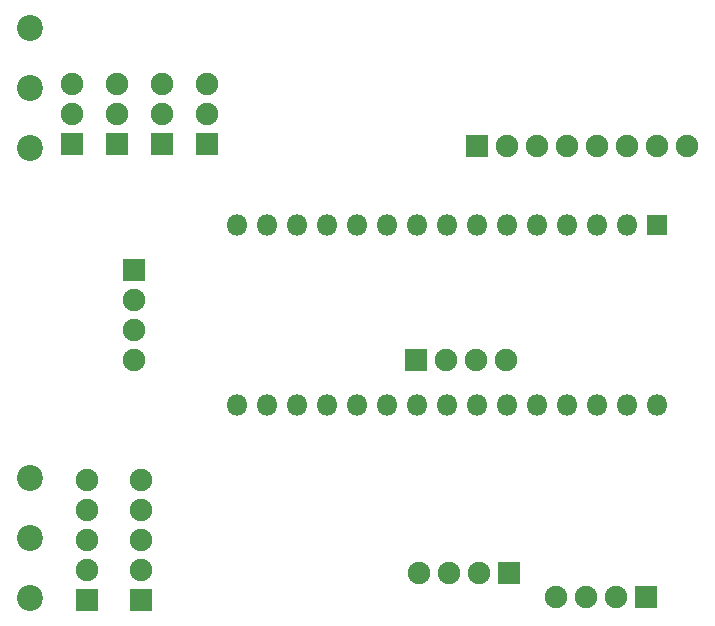
<source format=gbr>
G04 #@! TF.GenerationSoftware,KiCad,Pcbnew,(5.1.4-0-10_14)*
G04 #@! TF.CreationDate,2020-02-23T16:46:41+00:00*
G04 #@! TF.ProjectId,Bottom PCB,426f7474-6f6d-4205-9043-422e6b696361,rev?*
G04 #@! TF.SameCoordinates,Original*
G04 #@! TF.FileFunction,Soldermask,Top*
G04 #@! TF.FilePolarity,Negative*
%FSLAX46Y46*%
G04 Gerber Fmt 4.6, Leading zero omitted, Abs format (unit mm)*
G04 Created by KiCad (PCBNEW (5.1.4-0-10_14)) date 2020-02-23 16:46:41*
%MOMM*%
%LPD*%
G04 APERTURE LIST*
%ADD10O,1.900000X1.900000*%
%ADD11R,1.900000X1.900000*%
%ADD12O,1.800000X1.800000*%
%ADD13R,1.800000X1.800000*%
%ADD14C,2.200000*%
G04 APERTURE END LIST*
D10*
X159004000Y-93472000D03*
X156464000Y-93472000D03*
X153924000Y-93472000D03*
D11*
X151384000Y-93472000D03*
D10*
X151638000Y-111506000D03*
X154178000Y-111506000D03*
X156718000Y-111506000D03*
D11*
X159258000Y-111506000D03*
D12*
X136271000Y-97282000D03*
X136271000Y-82042000D03*
X171831000Y-97282000D03*
X138811000Y-82042000D03*
X169291000Y-97282000D03*
X141351000Y-82042000D03*
X166751000Y-97282000D03*
X143891000Y-82042000D03*
X164211000Y-97282000D03*
X146431000Y-82042000D03*
X161671000Y-97282000D03*
X148971000Y-82042000D03*
X159131000Y-97282000D03*
X151511000Y-82042000D03*
X156591000Y-97282000D03*
X154051000Y-82042000D03*
X154051000Y-97282000D03*
X156591000Y-82042000D03*
X151511000Y-97282000D03*
X159131000Y-82042000D03*
X148971000Y-97282000D03*
X161671000Y-82042000D03*
X146431000Y-97282000D03*
X164211000Y-82042000D03*
X143891000Y-97282000D03*
X166751000Y-82042000D03*
X141351000Y-97282000D03*
X169291000Y-82042000D03*
X138811000Y-97282000D03*
D13*
X171831000Y-82042000D03*
D10*
X163258500Y-113601500D03*
X165798500Y-113601500D03*
X168338500Y-113601500D03*
D11*
X170878500Y-113601500D03*
D10*
X122301000Y-70104000D03*
X122301000Y-72644000D03*
D11*
X122301000Y-75184000D03*
D10*
X127508000Y-93472000D03*
X127508000Y-90932000D03*
X127508000Y-88392000D03*
D11*
X127508000Y-85852000D03*
D10*
X128143000Y-103632000D03*
X128143000Y-106172000D03*
X128143000Y-108712000D03*
X128143000Y-111252000D03*
D11*
X128143000Y-113792000D03*
D10*
X123571000Y-103632000D03*
X123571000Y-106172000D03*
X123571000Y-108712000D03*
X123571000Y-111252000D03*
D11*
X123571000Y-113792000D03*
D10*
X126111000Y-70104000D03*
X126111000Y-72644000D03*
D11*
X126111000Y-75184000D03*
D10*
X129921000Y-70104000D03*
X129921000Y-72644000D03*
D11*
X129921000Y-75184000D03*
D10*
X133731000Y-70104000D03*
X133731000Y-72644000D03*
D11*
X133731000Y-75184000D03*
D10*
X174371000Y-75374500D03*
X171831000Y-75374500D03*
X169291000Y-75374500D03*
X166751000Y-75374500D03*
X164211000Y-75374500D03*
X161671000Y-75374500D03*
X159131000Y-75374500D03*
D11*
X156591000Y-75374500D03*
D14*
X118745000Y-103505000D03*
X118745000Y-108585000D03*
X118745000Y-113665000D03*
X118745000Y-65405000D03*
X118745000Y-70485000D03*
X118745000Y-75565000D03*
M02*

</source>
